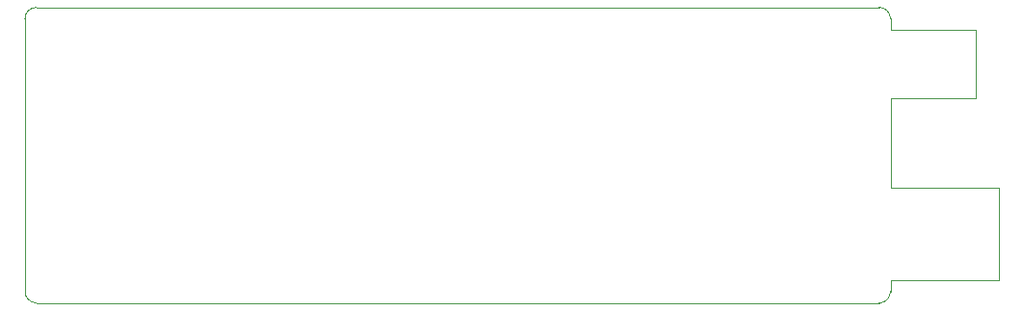
<source format=gm1>
G04 #@! TF.GenerationSoftware,KiCad,Pcbnew,7.0.5*
G04 #@! TF.CreationDate,2023-06-08T07:07:18+09:00*
G04 #@! TF.ProjectId,game-boy-pico-link-board,67616d65-2d62-46f7-992d-7069636f2d6c,rev?*
G04 #@! TF.SameCoordinates,Original*
G04 #@! TF.FileFunction,Profile,NP*
%FSLAX46Y46*%
G04 Gerber Fmt 4.6, Leading zero omitted, Abs format (unit mm)*
G04 Created by KiCad (PCBNEW 7.0.5) date 2023-06-08 07:07:18*
%MOMM*%
%LPD*%
G01*
G04 APERTURE LIST*
G04 #@! TA.AperFunction,Profile*
%ADD10C,0.100000*%
G04 #@! TD*
G04 APERTURE END LIST*
D10*
X144460000Y-108775000D02*
G75*
G03*
X145460000Y-107775000I0J1000000D01*
G01*
X152960000Y-90774999D02*
X152960000Y-84774999D01*
X69467107Y-107767893D02*
G75*
G03*
X70467107Y-108767893I999993J-7D01*
G01*
X144460000Y-82775000D02*
X70460000Y-82775000D01*
X70460000Y-82775000D02*
G75*
G03*
X69460000Y-83775000I0J-1000000D01*
G01*
X155010000Y-98674999D02*
X145460000Y-98674999D01*
X145460000Y-83775000D02*
G75*
G03*
X144460000Y-82775000I-1000000J0D01*
G01*
X155010000Y-106774999D02*
X155010000Y-98674999D01*
X145460000Y-84774999D02*
X152960000Y-84774999D01*
X70467107Y-108767893D02*
X144460000Y-108775000D01*
X145460000Y-83775000D02*
X145460000Y-84774999D01*
X145460000Y-90774999D02*
X145460000Y-98674999D01*
X69460000Y-83775000D02*
X69467107Y-107767893D01*
X145460000Y-106774999D02*
X145460000Y-107775000D01*
X145460000Y-106774999D02*
X155010000Y-106774999D01*
X145460000Y-90774999D02*
X152960000Y-90774999D01*
M02*

</source>
